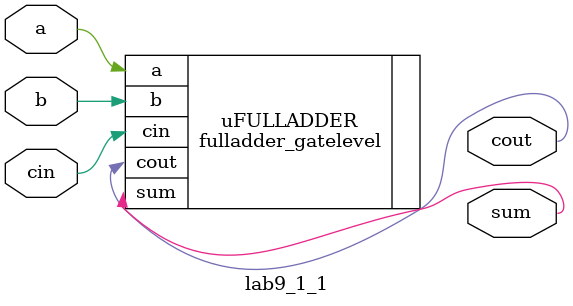
<source format=v>
`timescale 1ns / 1ps


module lab9_1_1(a,b,cin,sum,cout);
	parameter SIZE = 1;
	input [SIZE-1:0] a,b;
	output [SIZE-1:0] sum;
	input cin;
	output cout;
	wire [SIZE-1:1] temp;
	
	defparam uFULLADDER.NOT_DELAY=1, uFULLADDER.AND_DELAY=3, uFULLADDER.OR_DELAY=3;
	
	fulladder_gatelevel
		uFULLADDER (.a(a[0]),.b(b[0]),.cin(cin),.sum(sum),.cout(cout));
		
endmodule

</source>
